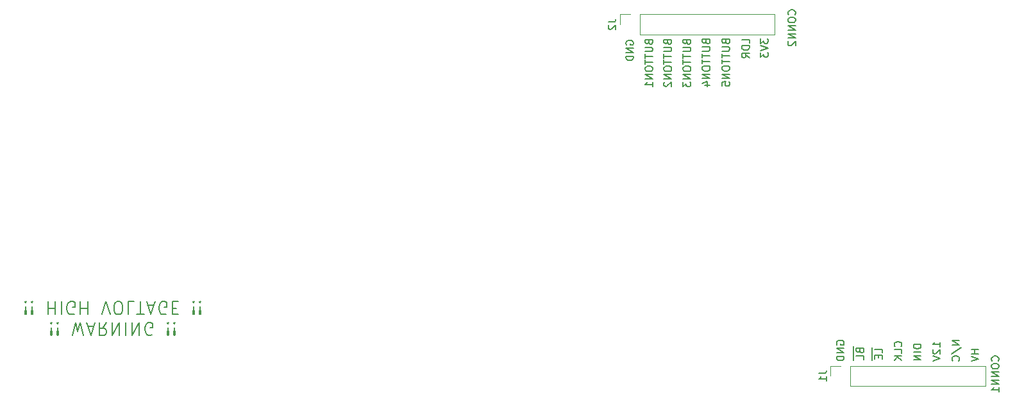
<source format=gbr>
G04 #@! TF.GenerationSoftware,KiCad,Pcbnew,5.1.7*
G04 #@! TF.CreationDate,2020-10-09T13:13:43+08:00*
G04 #@! TF.ProjectId,Nixie,4e697869-652e-46b6-9963-61645f706362,rev?*
G04 #@! TF.SameCoordinates,Original*
G04 #@! TF.FileFunction,Legend,Bot*
G04 #@! TF.FilePolarity,Positive*
%FSLAX46Y46*%
G04 Gerber Fmt 4.6, Leading zero omitted, Abs format (unit mm)*
G04 Created by KiCad (PCBNEW 5.1.7) date 2020-10-09 13:13:43*
%MOMM*%
%LPD*%
G01*
G04 APERTURE LIST*
%ADD10C,0.150000*%
%ADD11C,0.200000*%
%ADD12C,0.120000*%
G04 APERTURE END LIST*
D10*
X193016142Y-71159904D02*
X193063761Y-71112285D01*
X193111380Y-70969428D01*
X193111380Y-70874190D01*
X193063761Y-70731333D01*
X192968523Y-70636095D01*
X192873285Y-70588476D01*
X192682809Y-70540857D01*
X192539952Y-70540857D01*
X192349476Y-70588476D01*
X192254238Y-70636095D01*
X192159000Y-70731333D01*
X192111380Y-70874190D01*
X192111380Y-70969428D01*
X192159000Y-71112285D01*
X192206619Y-71159904D01*
X192111380Y-71778952D02*
X192111380Y-71969428D01*
X192159000Y-72064666D01*
X192254238Y-72159904D01*
X192444714Y-72207523D01*
X192778047Y-72207523D01*
X192968523Y-72159904D01*
X193063761Y-72064666D01*
X193111380Y-71969428D01*
X193111380Y-71778952D01*
X193063761Y-71683714D01*
X192968523Y-71588476D01*
X192778047Y-71540857D01*
X192444714Y-71540857D01*
X192254238Y-71588476D01*
X192159000Y-71683714D01*
X192111380Y-71778952D01*
X193111380Y-72636095D02*
X192111380Y-72636095D01*
X193111380Y-73207523D01*
X192111380Y-73207523D01*
X193111380Y-73683714D02*
X192111380Y-73683714D01*
X193111380Y-74255142D01*
X192111380Y-74255142D01*
X192206619Y-74683714D02*
X192159000Y-74731333D01*
X192111380Y-74826571D01*
X192111380Y-75064666D01*
X192159000Y-75159904D01*
X192206619Y-75207523D01*
X192301857Y-75255142D01*
X192397095Y-75255142D01*
X192539952Y-75207523D01*
X193111380Y-74636095D01*
X193111380Y-75255142D01*
X219876642Y-116879904D02*
X219924261Y-116832285D01*
X219971880Y-116689428D01*
X219971880Y-116594190D01*
X219924261Y-116451333D01*
X219829023Y-116356095D01*
X219733785Y-116308476D01*
X219543309Y-116260857D01*
X219400452Y-116260857D01*
X219209976Y-116308476D01*
X219114738Y-116356095D01*
X219019500Y-116451333D01*
X218971880Y-116594190D01*
X218971880Y-116689428D01*
X219019500Y-116832285D01*
X219067119Y-116879904D01*
X218971880Y-117498952D02*
X218971880Y-117689428D01*
X219019500Y-117784666D01*
X219114738Y-117879904D01*
X219305214Y-117927523D01*
X219638547Y-117927523D01*
X219829023Y-117879904D01*
X219924261Y-117784666D01*
X219971880Y-117689428D01*
X219971880Y-117498952D01*
X219924261Y-117403714D01*
X219829023Y-117308476D01*
X219638547Y-117260857D01*
X219305214Y-117260857D01*
X219114738Y-117308476D01*
X219019500Y-117403714D01*
X218971880Y-117498952D01*
X219971880Y-118356095D02*
X218971880Y-118356095D01*
X219971880Y-118927523D01*
X218971880Y-118927523D01*
X219971880Y-119403714D02*
X218971880Y-119403714D01*
X219971880Y-119975142D01*
X218971880Y-119975142D01*
X219971880Y-120975142D02*
X219971880Y-120403714D01*
X219971880Y-120689428D02*
X218971880Y-120689428D01*
X219114738Y-120594190D01*
X219209976Y-120498952D01*
X219257595Y-120403714D01*
X217304880Y-115363714D02*
X216304880Y-115363714D01*
X216781071Y-115363714D02*
X216781071Y-115935142D01*
X217304880Y-115935142D02*
X216304880Y-115935142D01*
X216304880Y-116268476D02*
X217304880Y-116601809D01*
X216304880Y-116935142D01*
X214764880Y-114196976D02*
X213764880Y-114196976D01*
X214764880Y-114768404D01*
X213764880Y-114768404D01*
X213717261Y-115958880D02*
X215002976Y-115101738D01*
X214669642Y-116863642D02*
X214717261Y-116816023D01*
X214764880Y-116673166D01*
X214764880Y-116577928D01*
X214717261Y-116435071D01*
X214622023Y-116339833D01*
X214526785Y-116292214D01*
X214336309Y-116244595D01*
X214193452Y-116244595D01*
X214002976Y-116292214D01*
X213907738Y-116339833D01*
X213812500Y-116435071D01*
X213764880Y-116577928D01*
X213764880Y-116673166D01*
X213812500Y-116816023D01*
X213860119Y-116863642D01*
X212224880Y-115014452D02*
X212224880Y-114443023D01*
X212224880Y-114728738D02*
X211224880Y-114728738D01*
X211367738Y-114633500D01*
X211462976Y-114538261D01*
X211510595Y-114443023D01*
X211320119Y-115395404D02*
X211272500Y-115443023D01*
X211224880Y-115538261D01*
X211224880Y-115776357D01*
X211272500Y-115871595D01*
X211320119Y-115919214D01*
X211415357Y-115966833D01*
X211510595Y-115966833D01*
X211653452Y-115919214D01*
X212224880Y-115347785D01*
X212224880Y-115966833D01*
X211224880Y-116252547D02*
X212224880Y-116585880D01*
X211224880Y-116919214D01*
X209672180Y-114711290D02*
X208672180Y-114711290D01*
X208672180Y-114949385D01*
X208719800Y-115092242D01*
X208815038Y-115187480D01*
X208910276Y-115235100D01*
X209100752Y-115282719D01*
X209243609Y-115282719D01*
X209434085Y-115235100D01*
X209529323Y-115187480D01*
X209624561Y-115092242D01*
X209672180Y-114949385D01*
X209672180Y-114711290D01*
X209672180Y-115711290D02*
X208672180Y-115711290D01*
X209672180Y-116187480D02*
X208672180Y-116187480D01*
X209672180Y-116758909D01*
X208672180Y-116758909D01*
X207049642Y-114974761D02*
X207097261Y-114927142D01*
X207144880Y-114784285D01*
X207144880Y-114689047D01*
X207097261Y-114546190D01*
X207002023Y-114450952D01*
X206906785Y-114403333D01*
X206716309Y-114355714D01*
X206573452Y-114355714D01*
X206382976Y-114403333D01*
X206287738Y-114450952D01*
X206192500Y-114546190D01*
X206144880Y-114689047D01*
X206144880Y-114784285D01*
X206192500Y-114927142D01*
X206240119Y-114974761D01*
X207144880Y-115879523D02*
X207144880Y-115403333D01*
X206144880Y-115403333D01*
X207144880Y-116212857D02*
X206144880Y-116212857D01*
X207144880Y-116784285D02*
X206573452Y-116355714D01*
X206144880Y-116784285D02*
X206716309Y-116212857D01*
X203174000Y-115093857D02*
X203174000Y-115903380D01*
X204541380Y-115808142D02*
X204541380Y-115331952D01*
X203541380Y-115331952D01*
X203174000Y-115903380D02*
X203174000Y-116808142D01*
X204017571Y-116141476D02*
X204017571Y-116474809D01*
X204541380Y-116617666D02*
X204541380Y-116141476D01*
X203541380Y-116141476D01*
X203541380Y-116617666D01*
X200761000Y-114982738D02*
X200761000Y-115982738D01*
X201604571Y-115554166D02*
X201652190Y-115697023D01*
X201699809Y-115744642D01*
X201795047Y-115792261D01*
X201937904Y-115792261D01*
X202033142Y-115744642D01*
X202080761Y-115697023D01*
X202128380Y-115601785D01*
X202128380Y-115220833D01*
X201128380Y-115220833D01*
X201128380Y-115554166D01*
X201176000Y-115649404D01*
X201223619Y-115697023D01*
X201318857Y-115744642D01*
X201414095Y-115744642D01*
X201509333Y-115697023D01*
X201556952Y-115649404D01*
X201604571Y-115554166D01*
X201604571Y-115220833D01*
X200761000Y-115982738D02*
X200761000Y-116792261D01*
X202128380Y-116697023D02*
X202128380Y-116220833D01*
X201128380Y-116220833D01*
X198572500Y-114744595D02*
X198524880Y-114649357D01*
X198524880Y-114506500D01*
X198572500Y-114363642D01*
X198667738Y-114268404D01*
X198762976Y-114220785D01*
X198953452Y-114173166D01*
X199096309Y-114173166D01*
X199286785Y-114220785D01*
X199382023Y-114268404D01*
X199477261Y-114363642D01*
X199524880Y-114506500D01*
X199524880Y-114601738D01*
X199477261Y-114744595D01*
X199429642Y-114792214D01*
X199096309Y-114792214D01*
X199096309Y-114601738D01*
X199524880Y-115220785D02*
X198524880Y-115220785D01*
X199524880Y-115792214D01*
X198524880Y-115792214D01*
X199524880Y-116268404D02*
X198524880Y-116268404D01*
X198524880Y-116506500D01*
X198572500Y-116649357D01*
X198667738Y-116744595D01*
X198762976Y-116792214D01*
X198953452Y-116839833D01*
X199096309Y-116839833D01*
X199286785Y-116792214D01*
X199382023Y-116744595D01*
X199477261Y-116649357D01*
X199524880Y-116506500D01*
X199524880Y-116268404D01*
X188491880Y-74326904D02*
X188491880Y-74945952D01*
X188872833Y-74612619D01*
X188872833Y-74755476D01*
X188920452Y-74850714D01*
X188968071Y-74898333D01*
X189063309Y-74945952D01*
X189301404Y-74945952D01*
X189396642Y-74898333D01*
X189444261Y-74850714D01*
X189491880Y-74755476D01*
X189491880Y-74469761D01*
X189444261Y-74374523D01*
X189396642Y-74326904D01*
X188491880Y-75231666D02*
X189491880Y-75565000D01*
X188491880Y-75898333D01*
X188491880Y-76136428D02*
X188491880Y-76755476D01*
X188872833Y-76422142D01*
X188872833Y-76565000D01*
X188920452Y-76660238D01*
X188968071Y-76707857D01*
X189063309Y-76755476D01*
X189301404Y-76755476D01*
X189396642Y-76707857D01*
X189444261Y-76660238D01*
X189491880Y-76565000D01*
X189491880Y-76279285D01*
X189444261Y-76184047D01*
X189396642Y-76136428D01*
X187015380Y-74938023D02*
X187015380Y-74461833D01*
X186015380Y-74461833D01*
X187015380Y-75271357D02*
X186015380Y-75271357D01*
X186015380Y-75509452D01*
X186063000Y-75652309D01*
X186158238Y-75747547D01*
X186253476Y-75795166D01*
X186443952Y-75842785D01*
X186586809Y-75842785D01*
X186777285Y-75795166D01*
X186872523Y-75747547D01*
X186967761Y-75652309D01*
X187015380Y-75509452D01*
X187015380Y-75271357D01*
X187015380Y-76842785D02*
X186539190Y-76509452D01*
X187015380Y-76271357D02*
X186015380Y-76271357D01*
X186015380Y-76652309D01*
X186063000Y-76747547D01*
X186110619Y-76795166D01*
X186205857Y-76842785D01*
X186348714Y-76842785D01*
X186443952Y-76795166D01*
X186491571Y-76747547D01*
X186539190Y-76652309D01*
X186539190Y-76271357D01*
X183888071Y-74731904D02*
X183935690Y-74874761D01*
X183983309Y-74922380D01*
X184078547Y-74970000D01*
X184221404Y-74970000D01*
X184316642Y-74922380D01*
X184364261Y-74874761D01*
X184411880Y-74779523D01*
X184411880Y-74398571D01*
X183411880Y-74398571D01*
X183411880Y-74731904D01*
X183459500Y-74827142D01*
X183507119Y-74874761D01*
X183602357Y-74922380D01*
X183697595Y-74922380D01*
X183792833Y-74874761D01*
X183840452Y-74827142D01*
X183888071Y-74731904D01*
X183888071Y-74398571D01*
X183411880Y-75398571D02*
X184221404Y-75398571D01*
X184316642Y-75446190D01*
X184364261Y-75493809D01*
X184411880Y-75589047D01*
X184411880Y-75779523D01*
X184364261Y-75874761D01*
X184316642Y-75922380D01*
X184221404Y-75970000D01*
X183411880Y-75970000D01*
X183411880Y-76303333D02*
X183411880Y-76874761D01*
X184411880Y-76589047D02*
X183411880Y-76589047D01*
X183411880Y-77065238D02*
X183411880Y-77636666D01*
X184411880Y-77350952D02*
X183411880Y-77350952D01*
X183411880Y-78160476D02*
X183411880Y-78350952D01*
X183459500Y-78446190D01*
X183554738Y-78541428D01*
X183745214Y-78589047D01*
X184078547Y-78589047D01*
X184269023Y-78541428D01*
X184364261Y-78446190D01*
X184411880Y-78350952D01*
X184411880Y-78160476D01*
X184364261Y-78065238D01*
X184269023Y-77970000D01*
X184078547Y-77922380D01*
X183745214Y-77922380D01*
X183554738Y-77970000D01*
X183459500Y-78065238D01*
X183411880Y-78160476D01*
X184411880Y-79017619D02*
X183411880Y-79017619D01*
X184411880Y-79589047D01*
X183411880Y-79589047D01*
X183411880Y-80541428D02*
X183411880Y-80065238D01*
X183888071Y-80017619D01*
X183840452Y-80065238D01*
X183792833Y-80160476D01*
X183792833Y-80398571D01*
X183840452Y-80493809D01*
X183888071Y-80541428D01*
X183983309Y-80589047D01*
X184221404Y-80589047D01*
X184316642Y-80541428D01*
X184364261Y-80493809D01*
X184411880Y-80398571D01*
X184411880Y-80160476D01*
X184364261Y-80065238D01*
X184316642Y-80017619D01*
X181284571Y-74731904D02*
X181332190Y-74874761D01*
X181379809Y-74922380D01*
X181475047Y-74970000D01*
X181617904Y-74970000D01*
X181713142Y-74922380D01*
X181760761Y-74874761D01*
X181808380Y-74779523D01*
X181808380Y-74398571D01*
X180808380Y-74398571D01*
X180808380Y-74731904D01*
X180856000Y-74827142D01*
X180903619Y-74874761D01*
X180998857Y-74922380D01*
X181094095Y-74922380D01*
X181189333Y-74874761D01*
X181236952Y-74827142D01*
X181284571Y-74731904D01*
X181284571Y-74398571D01*
X180808380Y-75398571D02*
X181617904Y-75398571D01*
X181713142Y-75446190D01*
X181760761Y-75493809D01*
X181808380Y-75589047D01*
X181808380Y-75779523D01*
X181760761Y-75874761D01*
X181713142Y-75922380D01*
X181617904Y-75970000D01*
X180808380Y-75970000D01*
X180808380Y-76303333D02*
X180808380Y-76874761D01*
X181808380Y-76589047D02*
X180808380Y-76589047D01*
X180808380Y-77065238D02*
X180808380Y-77636666D01*
X181808380Y-77350952D02*
X180808380Y-77350952D01*
X180808380Y-78160476D02*
X180808380Y-78350952D01*
X180856000Y-78446190D01*
X180951238Y-78541428D01*
X181141714Y-78589047D01*
X181475047Y-78589047D01*
X181665523Y-78541428D01*
X181760761Y-78446190D01*
X181808380Y-78350952D01*
X181808380Y-78160476D01*
X181760761Y-78065238D01*
X181665523Y-77970000D01*
X181475047Y-77922380D01*
X181141714Y-77922380D01*
X180951238Y-77970000D01*
X180856000Y-78065238D01*
X180808380Y-78160476D01*
X181808380Y-79017619D02*
X180808380Y-79017619D01*
X181808380Y-79589047D01*
X180808380Y-79589047D01*
X181141714Y-80493809D02*
X181808380Y-80493809D01*
X180760761Y-80255714D02*
X181475047Y-80017619D01*
X181475047Y-80636666D01*
X178744571Y-74795404D02*
X178792190Y-74938261D01*
X178839809Y-74985880D01*
X178935047Y-75033500D01*
X179077904Y-75033500D01*
X179173142Y-74985880D01*
X179220761Y-74938261D01*
X179268380Y-74843023D01*
X179268380Y-74462071D01*
X178268380Y-74462071D01*
X178268380Y-74795404D01*
X178316000Y-74890642D01*
X178363619Y-74938261D01*
X178458857Y-74985880D01*
X178554095Y-74985880D01*
X178649333Y-74938261D01*
X178696952Y-74890642D01*
X178744571Y-74795404D01*
X178744571Y-74462071D01*
X178268380Y-75462071D02*
X179077904Y-75462071D01*
X179173142Y-75509690D01*
X179220761Y-75557309D01*
X179268380Y-75652547D01*
X179268380Y-75843023D01*
X179220761Y-75938261D01*
X179173142Y-75985880D01*
X179077904Y-76033500D01*
X178268380Y-76033500D01*
X178268380Y-76366833D02*
X178268380Y-76938261D01*
X179268380Y-76652547D02*
X178268380Y-76652547D01*
X178268380Y-77128738D02*
X178268380Y-77700166D01*
X179268380Y-77414452D02*
X178268380Y-77414452D01*
X178268380Y-78223976D02*
X178268380Y-78414452D01*
X178316000Y-78509690D01*
X178411238Y-78604928D01*
X178601714Y-78652547D01*
X178935047Y-78652547D01*
X179125523Y-78604928D01*
X179220761Y-78509690D01*
X179268380Y-78414452D01*
X179268380Y-78223976D01*
X179220761Y-78128738D01*
X179125523Y-78033500D01*
X178935047Y-77985880D01*
X178601714Y-77985880D01*
X178411238Y-78033500D01*
X178316000Y-78128738D01*
X178268380Y-78223976D01*
X179268380Y-79081119D02*
X178268380Y-79081119D01*
X179268380Y-79652547D01*
X178268380Y-79652547D01*
X178268380Y-80033500D02*
X178268380Y-80652547D01*
X178649333Y-80319214D01*
X178649333Y-80462071D01*
X178696952Y-80557309D01*
X178744571Y-80604928D01*
X178839809Y-80652547D01*
X179077904Y-80652547D01*
X179173142Y-80604928D01*
X179220761Y-80557309D01*
X179268380Y-80462071D01*
X179268380Y-80176357D01*
X179220761Y-80081119D01*
X179173142Y-80033500D01*
X176204571Y-74795404D02*
X176252190Y-74938261D01*
X176299809Y-74985880D01*
X176395047Y-75033500D01*
X176537904Y-75033500D01*
X176633142Y-74985880D01*
X176680761Y-74938261D01*
X176728380Y-74843023D01*
X176728380Y-74462071D01*
X175728380Y-74462071D01*
X175728380Y-74795404D01*
X175776000Y-74890642D01*
X175823619Y-74938261D01*
X175918857Y-74985880D01*
X176014095Y-74985880D01*
X176109333Y-74938261D01*
X176156952Y-74890642D01*
X176204571Y-74795404D01*
X176204571Y-74462071D01*
X175728380Y-75462071D02*
X176537904Y-75462071D01*
X176633142Y-75509690D01*
X176680761Y-75557309D01*
X176728380Y-75652547D01*
X176728380Y-75843023D01*
X176680761Y-75938261D01*
X176633142Y-75985880D01*
X176537904Y-76033500D01*
X175728380Y-76033500D01*
X175728380Y-76366833D02*
X175728380Y-76938261D01*
X176728380Y-76652547D02*
X175728380Y-76652547D01*
X175728380Y-77128738D02*
X175728380Y-77700166D01*
X176728380Y-77414452D02*
X175728380Y-77414452D01*
X175728380Y-78223976D02*
X175728380Y-78414452D01*
X175776000Y-78509690D01*
X175871238Y-78604928D01*
X176061714Y-78652547D01*
X176395047Y-78652547D01*
X176585523Y-78604928D01*
X176680761Y-78509690D01*
X176728380Y-78414452D01*
X176728380Y-78223976D01*
X176680761Y-78128738D01*
X176585523Y-78033500D01*
X176395047Y-77985880D01*
X176061714Y-77985880D01*
X175871238Y-78033500D01*
X175776000Y-78128738D01*
X175728380Y-78223976D01*
X176728380Y-79081119D02*
X175728380Y-79081119D01*
X176728380Y-79652547D01*
X175728380Y-79652547D01*
X175823619Y-80081119D02*
X175776000Y-80128738D01*
X175728380Y-80223976D01*
X175728380Y-80462071D01*
X175776000Y-80557309D01*
X175823619Y-80604928D01*
X175918857Y-80652547D01*
X176014095Y-80652547D01*
X176156952Y-80604928D01*
X176728380Y-80033500D01*
X176728380Y-80652547D01*
X173728071Y-74795404D02*
X173775690Y-74938261D01*
X173823309Y-74985880D01*
X173918547Y-75033500D01*
X174061404Y-75033500D01*
X174156642Y-74985880D01*
X174204261Y-74938261D01*
X174251880Y-74843023D01*
X174251880Y-74462071D01*
X173251880Y-74462071D01*
X173251880Y-74795404D01*
X173299500Y-74890642D01*
X173347119Y-74938261D01*
X173442357Y-74985880D01*
X173537595Y-74985880D01*
X173632833Y-74938261D01*
X173680452Y-74890642D01*
X173728071Y-74795404D01*
X173728071Y-74462071D01*
X173251880Y-75462071D02*
X174061404Y-75462071D01*
X174156642Y-75509690D01*
X174204261Y-75557309D01*
X174251880Y-75652547D01*
X174251880Y-75843023D01*
X174204261Y-75938261D01*
X174156642Y-75985880D01*
X174061404Y-76033500D01*
X173251880Y-76033500D01*
X173251880Y-76366833D02*
X173251880Y-76938261D01*
X174251880Y-76652547D02*
X173251880Y-76652547D01*
X173251880Y-77128738D02*
X173251880Y-77700166D01*
X174251880Y-77414452D02*
X173251880Y-77414452D01*
X173251880Y-78223976D02*
X173251880Y-78414452D01*
X173299500Y-78509690D01*
X173394738Y-78604928D01*
X173585214Y-78652547D01*
X173918547Y-78652547D01*
X174109023Y-78604928D01*
X174204261Y-78509690D01*
X174251880Y-78414452D01*
X174251880Y-78223976D01*
X174204261Y-78128738D01*
X174109023Y-78033500D01*
X173918547Y-77985880D01*
X173585214Y-77985880D01*
X173394738Y-78033500D01*
X173299500Y-78128738D01*
X173251880Y-78223976D01*
X174251880Y-79081119D02*
X173251880Y-79081119D01*
X174251880Y-79652547D01*
X173251880Y-79652547D01*
X174251880Y-80652547D02*
X174251880Y-80081119D01*
X174251880Y-80366833D02*
X173251880Y-80366833D01*
X173394738Y-80271595D01*
X173489976Y-80176357D01*
X173537595Y-80081119D01*
X170759500Y-75120595D02*
X170711880Y-75025357D01*
X170711880Y-74882500D01*
X170759500Y-74739642D01*
X170854738Y-74644404D01*
X170949976Y-74596785D01*
X171140452Y-74549166D01*
X171283309Y-74549166D01*
X171473785Y-74596785D01*
X171569023Y-74644404D01*
X171664261Y-74739642D01*
X171711880Y-74882500D01*
X171711880Y-74977738D01*
X171664261Y-75120595D01*
X171616642Y-75168214D01*
X171283309Y-75168214D01*
X171283309Y-74977738D01*
X171711880Y-75596785D02*
X170711880Y-75596785D01*
X171711880Y-76168214D01*
X170711880Y-76168214D01*
X171711880Y-76644404D02*
X170711880Y-76644404D01*
X170711880Y-76882500D01*
X170759500Y-77025357D01*
X170854738Y-77120595D01*
X170949976Y-77168214D01*
X171140452Y-77215833D01*
X171283309Y-77215833D01*
X171473785Y-77168214D01*
X171569023Y-77120595D01*
X171664261Y-77025357D01*
X171711880Y-76882500D01*
X171711880Y-76644404D01*
D11*
X94863661Y-111969057D02*
X94944614Y-111888104D01*
X94863661Y-111807152D01*
X94782709Y-111888104D01*
X94863661Y-111969057D01*
X94863661Y-111807152D01*
X94863661Y-112454771D02*
X94782709Y-113426200D01*
X94863661Y-113507152D01*
X94944614Y-113426200D01*
X94863661Y-112454771D01*
X94863661Y-113507152D01*
X95673185Y-111969057D02*
X95754138Y-111888104D01*
X95673185Y-111807152D01*
X95592233Y-111888104D01*
X95673185Y-111969057D01*
X95673185Y-111807152D01*
X95673185Y-112454771D02*
X95592233Y-113426200D01*
X95673185Y-113507152D01*
X95754138Y-113426200D01*
X95673185Y-112454771D01*
X95673185Y-113507152D01*
X97616042Y-113507152D02*
X98020804Y-111807152D01*
X98344614Y-113021438D01*
X98668423Y-111807152D01*
X99073185Y-113507152D01*
X99639852Y-112292866D02*
X100449376Y-112292866D01*
X99477947Y-111807152D02*
X100044614Y-113507152D01*
X100611280Y-111807152D01*
X102149376Y-111807152D02*
X101582709Y-112616676D01*
X101177947Y-111807152D02*
X101177947Y-113507152D01*
X101825566Y-113507152D01*
X101987471Y-113426200D01*
X102068423Y-113345247D01*
X102149376Y-113183342D01*
X102149376Y-112940485D01*
X102068423Y-112778580D01*
X101987471Y-112697628D01*
X101825566Y-112616676D01*
X101177947Y-112616676D01*
X102877947Y-111807152D02*
X102877947Y-113507152D01*
X103849376Y-111807152D01*
X103849376Y-113507152D01*
X104658900Y-111807152D02*
X104658900Y-113507152D01*
X105468423Y-111807152D02*
X105468423Y-113507152D01*
X106439852Y-111807152D01*
X106439852Y-113507152D01*
X108139852Y-113426200D02*
X107977947Y-113507152D01*
X107735090Y-113507152D01*
X107492233Y-113426200D01*
X107330328Y-113264295D01*
X107249376Y-113102390D01*
X107168423Y-112778580D01*
X107168423Y-112535723D01*
X107249376Y-112211914D01*
X107330328Y-112050009D01*
X107492233Y-111888104D01*
X107735090Y-111807152D01*
X107896995Y-111807152D01*
X108139852Y-111888104D01*
X108220804Y-111969057D01*
X108220804Y-112535723D01*
X107896995Y-112535723D01*
X110244614Y-111969057D02*
X110325566Y-111888104D01*
X110244614Y-111807152D01*
X110163661Y-111888104D01*
X110244614Y-111969057D01*
X110244614Y-111807152D01*
X110244614Y-112454771D02*
X110163661Y-113426200D01*
X110244614Y-113507152D01*
X110325566Y-113426200D01*
X110244614Y-112454771D01*
X110244614Y-113507152D01*
X111054138Y-111969057D02*
X111135090Y-111888104D01*
X111054138Y-111807152D01*
X110973185Y-111888104D01*
X111054138Y-111969057D01*
X111054138Y-111807152D01*
X111054138Y-112454771D02*
X110973185Y-113426200D01*
X111054138Y-113507152D01*
X111135090Y-113426200D01*
X111054138Y-112454771D01*
X111054138Y-113507152D01*
X91463661Y-109219057D02*
X91544614Y-109138104D01*
X91463661Y-109057152D01*
X91382709Y-109138104D01*
X91463661Y-109219057D01*
X91463661Y-109057152D01*
X91463661Y-109704771D02*
X91382709Y-110676200D01*
X91463661Y-110757152D01*
X91544614Y-110676200D01*
X91463661Y-109704771D01*
X91463661Y-110757152D01*
X92273185Y-109219057D02*
X92354138Y-109138104D01*
X92273185Y-109057152D01*
X92192233Y-109138104D01*
X92273185Y-109219057D01*
X92273185Y-109057152D01*
X92273185Y-109704771D02*
X92192233Y-110676200D01*
X92273185Y-110757152D01*
X92354138Y-110676200D01*
X92273185Y-109704771D01*
X92273185Y-110757152D01*
X94377947Y-109057152D02*
X94377947Y-110757152D01*
X94377947Y-109947628D02*
X95349376Y-109947628D01*
X95349376Y-109057152D02*
X95349376Y-110757152D01*
X96158900Y-109057152D02*
X96158900Y-110757152D01*
X97858900Y-110676200D02*
X97696995Y-110757152D01*
X97454138Y-110757152D01*
X97211280Y-110676200D01*
X97049376Y-110514295D01*
X96968423Y-110352390D01*
X96887471Y-110028580D01*
X96887471Y-109785723D01*
X96968423Y-109461914D01*
X97049376Y-109300009D01*
X97211280Y-109138104D01*
X97454138Y-109057152D01*
X97616042Y-109057152D01*
X97858900Y-109138104D01*
X97939852Y-109219057D01*
X97939852Y-109785723D01*
X97616042Y-109785723D01*
X98668423Y-109057152D02*
X98668423Y-110757152D01*
X98668423Y-109947628D02*
X99639852Y-109947628D01*
X99639852Y-109057152D02*
X99639852Y-110757152D01*
X101501757Y-110757152D02*
X102068423Y-109057152D01*
X102635090Y-110757152D01*
X103525566Y-110757152D02*
X103849376Y-110757152D01*
X104011280Y-110676200D01*
X104173185Y-110514295D01*
X104254138Y-110190485D01*
X104254138Y-109623819D01*
X104173185Y-109300009D01*
X104011280Y-109138104D01*
X103849376Y-109057152D01*
X103525566Y-109057152D01*
X103363661Y-109138104D01*
X103201757Y-109300009D01*
X103120804Y-109623819D01*
X103120804Y-110190485D01*
X103201757Y-110514295D01*
X103363661Y-110676200D01*
X103525566Y-110757152D01*
X105792233Y-109057152D02*
X104982709Y-109057152D01*
X104982709Y-110757152D01*
X106116042Y-110757152D02*
X107087471Y-110757152D01*
X106601757Y-109057152D02*
X106601757Y-110757152D01*
X107573185Y-109542866D02*
X108382709Y-109542866D01*
X107411280Y-109057152D02*
X107977947Y-110757152D01*
X108544614Y-109057152D01*
X110001757Y-110676200D02*
X109839852Y-110757152D01*
X109596995Y-110757152D01*
X109354138Y-110676200D01*
X109192233Y-110514295D01*
X109111280Y-110352390D01*
X109030328Y-110028580D01*
X109030328Y-109785723D01*
X109111280Y-109461914D01*
X109192233Y-109300009D01*
X109354138Y-109138104D01*
X109596995Y-109057152D01*
X109758900Y-109057152D01*
X110001757Y-109138104D01*
X110082709Y-109219057D01*
X110082709Y-109785723D01*
X109758900Y-109785723D01*
X110811280Y-109947628D02*
X111377947Y-109947628D01*
X111620804Y-109057152D02*
X110811280Y-109057152D01*
X110811280Y-110757152D01*
X111620804Y-110757152D01*
X113644614Y-109219057D02*
X113725566Y-109138104D01*
X113644614Y-109057152D01*
X113563661Y-109138104D01*
X113644614Y-109219057D01*
X113644614Y-109057152D01*
X113644614Y-109704771D02*
X113563661Y-110676200D01*
X113644614Y-110757152D01*
X113725566Y-110676200D01*
X113644614Y-109704771D01*
X113644614Y-110757152D01*
X114454138Y-109219057D02*
X114535090Y-109138104D01*
X114454138Y-109057152D01*
X114373185Y-109138104D01*
X114454138Y-109219057D01*
X114454138Y-109057152D01*
X114454138Y-109704771D02*
X114373185Y-110676200D01*
X114454138Y-110757152D01*
X114535090Y-110676200D01*
X114454138Y-109704771D01*
X114454138Y-110757152D01*
D12*
G04 #@! TO.C,J2*
X190369500Y-71123500D02*
X190369500Y-73783500D01*
X172529500Y-71123500D02*
X190369500Y-71123500D01*
X172529500Y-73783500D02*
X190369500Y-73783500D01*
X172529500Y-71123500D02*
X172529500Y-73783500D01*
X171259500Y-71123500D02*
X169929500Y-71123500D01*
X169929500Y-71123500D02*
X169929500Y-72453500D01*
G04 #@! TO.C,J1*
X218166500Y-117542000D02*
X218166500Y-120202000D01*
X200326500Y-117542000D02*
X218166500Y-117542000D01*
X200326500Y-120202000D02*
X218166500Y-120202000D01*
X200326500Y-117542000D02*
X200326500Y-120202000D01*
X199056500Y-117542000D02*
X197726500Y-117542000D01*
X197726500Y-117542000D02*
X197726500Y-118872000D01*
G04 #@! TO.C,J2*
D10*
X168381880Y-72120166D02*
X169096166Y-72120166D01*
X169239023Y-72072547D01*
X169334261Y-71977309D01*
X169381880Y-71834452D01*
X169381880Y-71739214D01*
X168477119Y-72548738D02*
X168429500Y-72596357D01*
X168381880Y-72691595D01*
X168381880Y-72929690D01*
X168429500Y-73024928D01*
X168477119Y-73072547D01*
X168572357Y-73120166D01*
X168667595Y-73120166D01*
X168810452Y-73072547D01*
X169381880Y-72501119D01*
X169381880Y-73120166D01*
G04 #@! TO.C,J1*
X196178880Y-118538666D02*
X196893166Y-118538666D01*
X197036023Y-118491047D01*
X197131261Y-118395809D01*
X197178880Y-118252952D01*
X197178880Y-118157714D01*
X197178880Y-119538666D02*
X197178880Y-118967238D01*
X197178880Y-119252952D02*
X196178880Y-119252952D01*
X196321738Y-119157714D01*
X196416976Y-119062476D01*
X196464595Y-118967238D01*
G04 #@! TD*
M02*

</source>
